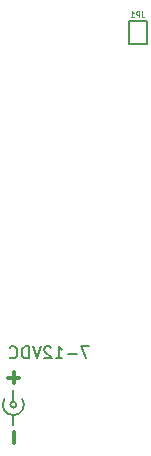
<source format=gbo>
G04 (created by PCBNEW (2013-07-24 BZR 4024)-stable) date Tue 30 Jun 2015 02:25:36 PM NZST*
%MOIN*%
G04 Gerber Fmt 3.4, Leading zero omitted, Abs format*
%FSLAX34Y34*%
G01*
G70*
G90*
G04 APERTURE LIST*
%ADD10C,0.00590551*%
%ADD11C,0.008*%
%ADD12C,0.011811*%
%ADD13C,0.005*%
%ADD14C,0.0045*%
G04 APERTURE END LIST*
G54D10*
G54D11*
X13433Y-26161D02*
X13166Y-26161D01*
X13338Y-26561D01*
X13014Y-26409D02*
X12709Y-26409D01*
X12309Y-26561D02*
X12538Y-26561D01*
X12423Y-26561D02*
X12423Y-26161D01*
X12461Y-26219D01*
X12499Y-26257D01*
X12538Y-26276D01*
X12157Y-26200D02*
X12138Y-26180D01*
X12099Y-26161D01*
X12004Y-26161D01*
X11966Y-26180D01*
X11947Y-26200D01*
X11928Y-26238D01*
X11928Y-26276D01*
X11947Y-26333D01*
X12176Y-26561D01*
X11928Y-26561D01*
X11814Y-26161D02*
X11680Y-26561D01*
X11547Y-26161D01*
X11414Y-26561D02*
X11414Y-26161D01*
X11319Y-26161D01*
X11261Y-26180D01*
X11223Y-26219D01*
X11204Y-26257D01*
X11185Y-26333D01*
X11185Y-26390D01*
X11204Y-26466D01*
X11223Y-26504D01*
X11261Y-26542D01*
X11319Y-26561D01*
X11414Y-26561D01*
X10785Y-26523D02*
X10804Y-26542D01*
X10861Y-26561D01*
X10900Y-26561D01*
X10957Y-26542D01*
X10995Y-26504D01*
X11014Y-26466D01*
X11033Y-26390D01*
X11033Y-26333D01*
X11014Y-26257D01*
X10995Y-26219D01*
X10957Y-26180D01*
X10900Y-26161D01*
X10861Y-26161D01*
X10804Y-26180D01*
X10785Y-26200D01*
G54D12*
X10911Y-29009D02*
X10911Y-29390D01*
X10911Y-27009D02*
X10911Y-27390D01*
X11102Y-27200D02*
X10721Y-27200D01*
G54D13*
X14742Y-15314D02*
X14742Y-16091D01*
X14742Y-16091D02*
X15343Y-16091D01*
X15343Y-16091D02*
X15343Y-15314D01*
X15343Y-15314D02*
X14742Y-15314D01*
G54D10*
X10900Y-28454D02*
X10900Y-28788D01*
X10900Y-28001D02*
X10900Y-27607D01*
X10998Y-28100D02*
G75*
G03X10998Y-28100I-98J0D01*
G74*
G01*
X11199Y-27910D02*
G75*
G02X10604Y-27903I-299J-189D01*
G74*
G01*
G54D14*
X15180Y-14991D02*
X15180Y-15134D01*
X15188Y-15163D01*
X15205Y-15182D01*
X15231Y-15191D01*
X15248Y-15191D01*
X15094Y-15191D02*
X15094Y-14991D01*
X15025Y-14991D01*
X15008Y-15001D01*
X15000Y-15011D01*
X14991Y-15030D01*
X14991Y-15058D01*
X15000Y-15077D01*
X15008Y-15087D01*
X15025Y-15096D01*
X15094Y-15096D01*
X14820Y-15191D02*
X14922Y-15191D01*
X14871Y-15191D02*
X14871Y-14991D01*
X14888Y-15020D01*
X14905Y-15039D01*
X14922Y-15049D01*
M02*

</source>
